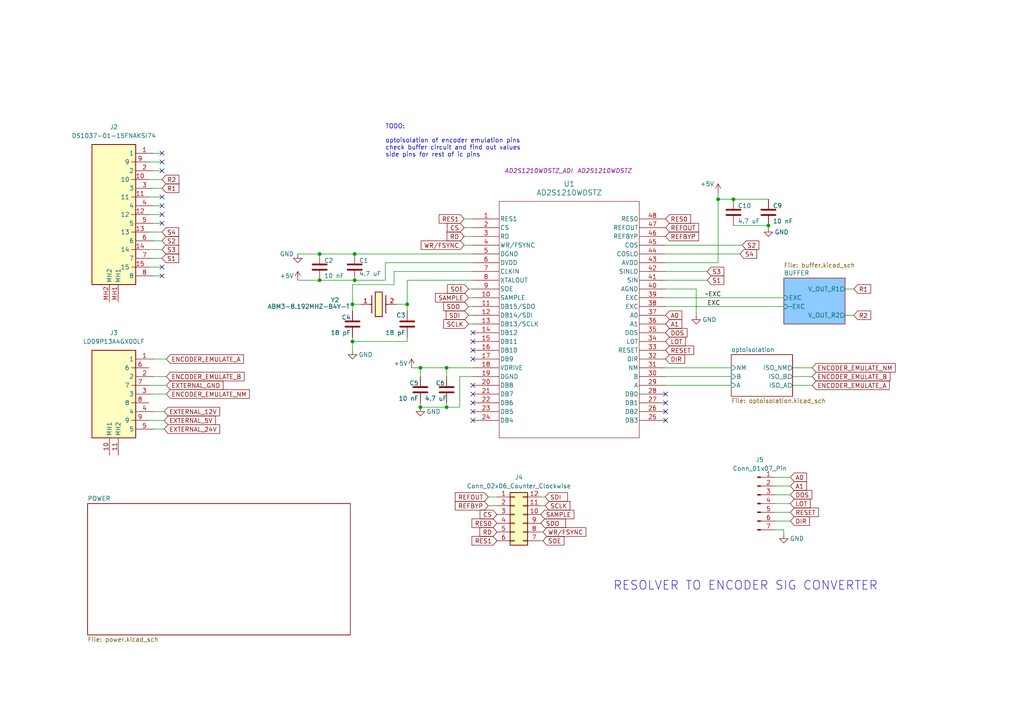
<source format=kicad_sch>
(kicad_sch (version 20230121) (generator eeschema)
  (paper "A4")
  (lib_symbols
    (symbol "2024-08-10_20-07-14:AD2S1210WDSTZ" (pin_names (offset 0.254))
      (property "Reference" "U" (at 27.94 10.16 0))
      (property "Value" "AD2S1210WDSTZ" (at 27.94 7.62 0))
      (symbol "AD2S1210WDSTZ_0_1"
        (polyline (pts (xy 7.62 -63.5) (xy 48.26 -63.5)) (stroke (width 0.127)))
        (polyline (pts (xy 7.62 5.08) (xy 7.62 -63.5)) (stroke (width 0.127)))
        (polyline (pts (xy 48.26 -63.5) (xy 48.26 5.08)) (stroke (width 0.127)))
        (polyline (pts (xy 48.26 5.08) (xy 7.62 5.08)) (stroke (width 0.127)))
        (pin unspecified line (at 0 0 0) (length 7.62) (name "RES1") (number "1"))
        (pin unspecified line (at 0 -22.86 0) (length 7.62) (name "SAMPLE") (number "10"))
        (pin unspecified line (at 0 -25.4 0) (length 7.62) (name "DB15/SDO") (number "11"))
        (pin unspecified line (at 0 -27.94 0) (length 7.62) (name "DB14/SDI") (number "12"))
        (pin unspecified line (at 0 -30.48 0) (length 7.62) (name "DB13/SCLK") (number "13"))
        (pin unspecified line (at 0 -33.02 0) (length 7.62) (name "DB12") (number "14"))
        (pin unspecified line (at 0 -35.56 0) (length 7.62) (name "DB11") (number "15"))
        (pin unspecified line (at 0 -38.1 0) (length 7.62) (name "DB10") (number "16"))
        (pin unspecified line (at 0 -40.64 0) (length 7.62) (name "DB9") (number "17"))
        (pin unspecified line (at 0 -43.18 0) (length 7.62) (name "VDRIVE") (number "18"))
        (pin unspecified line (at 0 -45.72 0) (length 7.62) (name "DGND") (number "19"))
        (pin unspecified line (at 0 -2.54 0) (length 7.62) (name "CS") (number "2"))
        (pin unspecified line (at 0 -48.26 0) (length 7.62) (name "DB8") (number "20"))
        (pin unspecified line (at 0 -50.8 0) (length 7.62) (name "DB7") (number "21"))
        (pin unspecified line (at 0 -53.34 0) (length 7.62) (name "DB6") (number "22"))
        (pin unspecified line (at 0 -55.88 0) (length 7.62) (name "DB5") (number "23"))
        (pin unspecified line (at 0 -58.42 0) (length 7.62) (name "DB4") (number "24"))
        (pin unspecified line (at 55.88 -58.42 180) (length 7.62) (name "DB3") (number "25"))
        (pin unspecified line (at 55.88 -55.88 180) (length 7.62) (name "DB2") (number "26"))
        (pin unspecified line (at 55.88 -53.34 180) (length 7.62) (name "DB1") (number "27"))
        (pin unspecified line (at 55.88 -50.8 180) (length 7.62) (name "DB0") (number "28"))
        (pin unspecified line (at 55.88 -48.26 180) (length 7.62) (name "A") (number "29"))
        (pin unspecified line (at 0 -5.08 0) (length 7.62) (name "RD") (number "3"))
        (pin unspecified line (at 55.88 -45.72 180) (length 7.62) (name "B") (number "30"))
        (pin unspecified line (at 55.88 -43.18 180) (length 7.62) (name "NM") (number "31"))
        (pin unspecified line (at 55.88 -40.64 180) (length 7.62) (name "DIR") (number "32"))
        (pin unspecified line (at 55.88 -38.1 180) (length 7.62) (name "RESET") (number "33"))
        (pin unspecified line (at 55.88 -35.56 180) (length 7.62) (name "LOT") (number "34"))
        (pin unspecified line (at 55.88 -33.02 180) (length 7.62) (name "DOS") (number "35"))
        (pin unspecified line (at 55.88 -30.48 180) (length 7.62) (name "A1") (number "36"))
        (pin unspecified line (at 55.88 -27.94 180) (length 7.62) (name "A0") (number "37"))
        (pin unspecified line (at 55.88 -25.4 180) (length 7.62) (name "EXC") (number "38"))
        (pin unspecified line (at 55.88 -22.86 180) (length 7.62) (name "EXC") (number "39"))
        (pin unspecified line (at 0 -7.62 0) (length 7.62) (name "WR/FSYNC") (number "4"))
        (pin unspecified line (at 55.88 -20.32 180) (length 7.62) (name "AGND") (number "40"))
        (pin unspecified line (at 55.88 -17.78 180) (length 7.62) (name "SIN") (number "41"))
        (pin unspecified line (at 55.88 -15.24 180) (length 7.62) (name "SINLO") (number "42"))
        (pin unspecified line (at 55.88 -12.7 180) (length 7.62) (name "AVDD") (number "43"))
        (pin unspecified line (at 55.88 -10.16 180) (length 7.62) (name "COSLO") (number "44"))
        (pin unspecified line (at 55.88 -7.62 180) (length 7.62) (name "COS") (number "45"))
        (pin unspecified line (at 55.88 -5.08 180) (length 7.62) (name "REFBYP") (number "46"))
        (pin unspecified line (at 55.88 -2.54 180) (length 7.62) (name "REFOUT") (number "47"))
        (pin unspecified line (at 55.88 0 180) (length 7.62) (name "RES0") (number "48"))
        (pin unspecified line (at 0 -10.16 0) (length 7.62) (name "DGND") (number "5"))
        (pin unspecified line (at 0 -12.7 0) (length 7.62) (name "DVDD") (number "6"))
        (pin unspecified line (at 0 -15.24 0) (length 7.62) (name "CLKIN") (number "7"))
        (pin unspecified line (at 0 -17.78 0) (length 7.62) (name "XTALOUT") (number "8"))
        (pin unspecified line (at 0 -20.32 0) (length 7.62) (name "SOE") (number "9"))
      )
    )
    (symbol "ABM3-8_192MHZ-B4Y-T:ABM3-8.192MHZ-B4Y-T" (pin_names hide)
      (property "Reference" "Y" (at 8.89 6.35 0))
      (property "Value" "ABM3-8.192MHZ-B4Y-T" (at 8.89 3.81 0))
      (symbol "ABM3-8.192MHZ-B4Y-T_1_1"
        (polyline (pts (xy 3.048 0) (xy 2.54 0)) (stroke (width 0.254)))
        (polyline (pts (xy 3.048 2.54) (xy 3.048 -2.54)) (stroke (width 0.254)))
        (polyline (pts (xy 7.112 0) (xy 7.62 0)) (stroke (width 0.254)))
        (polyline (pts (xy 7.112 2.54) (xy 7.112 -2.54)) (stroke (width 0.254)))
        (rectangle (start 4.064 3.556) (end 6.096 -3.556) (stroke (width 0.254)) (fill (type background)))
        (pin passive line (at 0 0 0) (length 2.54) (name "1") (number "1"))
        (pin passive line (at 10.16 0 180) (length 2.54) (name "2") (number "2"))
      )
    )
    (symbol "Connector:Conn_01x07_Pin" (pin_names (offset 1.016) hide)
      (property "Reference" "J" (at 0 10.16 0))
      (property "Value" "Conn_01x07_Pin" (at 0 -10.16 0))
      (symbol "Conn_01x07_Pin_1_1"
        (polyline (pts (xy 1.27 -7.62) (xy 0.8636 -7.62)) (stroke (width 0.1524)))
        (polyline (pts (xy 1.27 -5.08) (xy 0.8636 -5.08)) (stroke (width 0.1524)))
        (polyline (pts (xy 1.27 -2.54) (xy 0.8636 -2.54)) (stroke (width 0.1524)))
        (polyline (pts (xy 1.27 0) (xy 0.8636 0)) (stroke (width 0.1524)))
        (polyline (pts (xy 1.27 2.54) (xy 0.8636 2.54)) (stroke (width 0.1524)))
        (polyline (pts (xy 1.27 5.08) (xy 0.8636 5.08)) (stroke (width 0.1524)))
        (polyline (pts (xy 1.27 7.62) (xy 0.8636 7.62)) (stroke (width 0.1524)))
        (rectangle (start 0.8636 -7.493) (end 0 -7.747) (stroke (width 0.1524)) (fill (type outline)))
        (rectangle (start 0.8636 -4.953) (end 0 -5.207) (stroke (width 0.1524)) (fill (type outline)))
        (rectangle (start 0.8636 -2.413) (end 0 -2.667) (stroke (width 0.1524)) (fill (type outline)))
        (rectangle (start 0.8636 0.127) (end 0 -0.127) (stroke (width 0.1524)) (fill (type outline)))
        (rectangle (start 0.8636 2.667) (end 0 2.413) (stroke (width 0.1524)) (fill (type outline)))
        (rectangle (start 0.8636 5.207) (end 0 4.953) (stroke (width 0.1524)) (fill (type outline)))
        (rectangle (start 0.8636 7.747) (end 0 7.493) (stroke (width 0.1524)) (fill (type outline)))
        (pin passive line (at 5.08 7.62 180) (length 3.81) (name "Pin_1") (number "1"))
        (pin passive line (at 5.08 5.08 180) (length 3.81) (name "Pin_2") (number "2"))
        (pin passive line (at 5.08 2.54 180) (length 3.81) (name "Pin_3") (number "3"))
        (pin passive line (at 5.08 0 180) (length 3.81) (name "Pin_4") (number "4"))
        (pin passive line (at 5.08 -2.54 180) (length 3.81) (name "Pin_5") (number "5"))
        (pin passive line (at 5.08 -5.08 180) (length 3.81) (name "Pin_6") (number "6"))
        (pin passive line (at 5.08 -7.62 180) (length 3.81) (name "Pin_7") (number "7"))
      )
    )
    (symbol "Connector_Generic:Conn_02x06_Counter_Clockwise" (pin_names (offset 1.016) hide)
      (property "Reference" "J" (at 1.27 7.62 0))
      (property "Value" "Conn_02x06_Counter_Clockwise" (at 1.27 -10.16 0))
      (symbol "Conn_02x06_Counter_Clockwise_1_1"
        (rectangle (start -1.27 -7.493) (end 0 -7.747) (stroke (width 0.1524)))
        (rectangle (start -1.27 -4.953) (end 0 -5.207) (stroke (width 0.1524)))
        (rectangle (start -1.27 -2.413) (end 0 -2.667) (stroke (width 0.1524)))
        (rectangle (start -1.27 0.127) (end 0 -0.127) (stroke (width 0.1524)))
        (rectangle (start -1.27 2.667) (end 0 2.413) (stroke (width 0.1524)))
        (rectangle (start -1.27 5.207) (end 0 4.953) (stroke (width 0.1524)))
        (rectangle (start -1.27 6.35) (end 3.81 -8.89) (stroke (width 0.254)) (fill (type background)))
        (rectangle (start 3.81 -7.493) (end 2.54 -7.747) (stroke (width 0.1524)))
        (rectangle (start 3.81 -4.953) (end 2.54 -5.207) (stroke (width 0.1524)))
        (rectangle (start 3.81 -2.413) (end 2.54 -2.667) (stroke (width 0.1524)))
        (rectangle (start 3.81 0.127) (end 2.54 -0.127) (stroke (width 0.1524)))
        (rectangle (start 3.81 2.667) (end 2.54 2.413) (stroke (width 0.1524)))
        (rectangle (start 3.81 5.207) (end 2.54 4.953) (stroke (width 0.1524)))
        (pin passive line (at -5.08 5.08 0) (length 3.81) (name "Pin_1") (number "1"))
        (pin passive line (at 7.62 0 180) (length 3.81) (name "Pin_10") (number "10"))
        (pin passive line (at 7.62 2.54 180) (length 3.81) (name "Pin_11") (number "11"))
        (pin passive line (at 7.62 5.08 180) (length 3.81) (name "Pin_12") (number "12"))
        (pin passive line (at -5.08 2.54 0) (length 3.81) (name "Pin_2") (number "2"))
        (pin passive line (at -5.08 0 0) (length 3.81) (name "Pin_3") (number "3"))
        (pin passive line (at -5.08 -2.54 0) (length 3.81) (name "Pin_4") (number "4"))
        (pin passive line (at -5.08 -5.08 0) (length 3.81) (name "Pin_5") (number "5"))
        (pin passive line (at -5.08 -7.62 0) (length 3.81) (name "Pin_6") (number "6"))
        (pin passive line (at 7.62 -7.62 180) (length 3.81) (name "Pin_7") (number "7"))
        (pin passive line (at 7.62 -5.08 180) (length 3.81) (name "Pin_8") (number "8"))
        (pin passive line (at 7.62 -2.54 180) (length 3.81) (name "Pin_9") (number "9"))
      )
    )
    (symbol "DS1037-01-V2:DS1037-01-15FNAKSI74"
      (property "Reference" "J2" (at 27.94 10.16 0))
      (property "Value" "DS1037-01-15FNAKSI74" (at 27.94 7.62 0))
      (symbol "DS1037-01-15FNAKSI74_1_1"
        (rectangle (start 6.35 5.08) (end 46.99 -7.62) (stroke (width 0.254)) (fill (type background)))
        (pin passive line (at 44.45 -12.7 90) (length 5.08) (name "1") (number "1"))
        (pin passive line (at 36.83 -11.43 90) (length 5.08) (name "10") (number "10"))
        (pin passive line (at 31.75 -11.43 90) (length 5.08) (name "11") (number "11"))
        (pin passive line (at 26.67 -11.43 90) (length 5.08) (name "12") (number "12"))
        (pin passive line (at 21.59 -11.43 90) (length 5.08) (name "13") (number "13"))
        (pin passive line (at 16.51 -11.43 90) (length 5.08) (name "14") (number "14"))
        (pin passive line (at 11.43 -11.43 90) (length 5.08) (name "15") (number "15"))
        (pin passive line (at 39.37 -12.7 90) (length 5.08) (name "2") (number "2"))
        (pin passive line (at 34.29 -12.7 90) (length 5.08) (name "3") (number "3"))
        (pin passive line (at 29.21 -12.7 90) (length 5.08) (name "4") (number "4"))
        (pin passive line (at 24.13 -12.7 90) (length 5.08) (name "5") (number "5"))
        (pin passive line (at 19.05 -12.7 90) (length 5.08) (name "6") (number "6"))
        (pin passive line (at 13.97 -12.7 90) (length 5.08) (name "7") (number "7"))
        (pin passive line (at 8.89 -12.7 90) (length 5.08) (name "8") (number "8"))
        (pin passive line (at 41.91 -11.43 90) (length 5.08) (name "9") (number "9"))
        (pin passive line (at 1.27 -2.54 0) (length 5.08) (name "MH1") (number "MH1"))
        (pin passive line (at 1.27 0 0) (length 5.08) (name "MH2") (number "MH2"))
      )
    )
    (symbol "Device:C" (pin_numbers hide) (pin_names (offset 0.254))
      (property "Reference" "C" (at 0.635 2.54 0))
      (property "Value" "C" (at 0.635 -2.54 0))
      (symbol "C_0_1"
        (polyline (pts (xy -2.032 -0.762) (xy 2.032 -0.762)) (stroke (width 0.508)))
        (polyline (pts (xy -2.032 0.762) (xy 2.032 0.762)) (stroke (width 0.508)))
      )
      (symbol "C_1_1"
        (pin passive line (at 0 3.81 270) (length 2.794) (name "~") (number "1"))
        (pin passive line (at 0 -3.81 90) (length 2.794) (name "~") (number "2"))
      )
    )
    (symbol "LD09P13A4GX00LF:LD09P13A4GX00LF"
      (property "Reference" "J3" (at 34.29 -1.27 90))
      (property "Value" "LD09P13A4GX00LF" (at 31.75 -1.27 90))
      (symbol "LD09P13A4GX00LF_1_1"
        (rectangle (start 3.81 5.08) (end 29.21 -7.62) (stroke (width 0.254)) (fill (type background)))
        (pin passive line (at 26.67 -12.7 90) (length 5.08) (name "1") (number "1"))
        (pin passive line (at -1.27 0 0) (length 5.08) (name "MH1") (number "10"))
        (pin passive line (at -1.27 -2.54 0) (length 5.08) (name "MH2") (number "11"))
        (pin passive line (at 21.59 -12.7 90) (length 5.08) (name "2") (number "2"))
        (pin passive line (at 16.51 -12.7 90) (length 5.08) (name "3") (number "3"))
        (pin passive line (at 11.43 -12.7 90) (length 5.08) (name "4") (number "4"))
        (pin passive line (at 6.35 -12.7 90) (length 5.08) (name "5") (number "5"))
        (pin passive line (at 24.13 -11.43 90) (length 5.08) (name "6") (number "6"))
        (pin passive line (at 19.05 -11.43 90) (length 5.08) (name "7") (number "7"))
        (pin passive line (at 13.97 -11.43 90) (length 5.08) (name "8") (number "8"))
        (pin passive line (at 8.89 -11.43 90) (length 5.08) (name "9") (number "9"))
      )
    )
    (symbol "power:+5V" (power) (pin_names (offset 0))
      (property "Value" "+5V" (at 0 3.556 0))
      (symbol "+5V_0_1"
        (polyline (pts (xy -0.762 1.27) (xy 0 2.54)))
        (polyline (pts (xy 0 0) (xy 0 2.54)))
        (polyline (pts (xy 0 2.54) (xy 0.762 1.27)))
      )
      (symbol "+5V_1_1"
        (pin power_in line (at 0 0 90) (length 0) hide (name "+5V") (number "1"))
      )
    )
    (symbol "power:GND" (power) (pin_names (offset 0))
      (property "Value" "GND" (at 0 -3.81 0))
      (symbol "GND_0_1"
        (polyline (pts (xy 0 0) (xy 0 -1.27) (xy 1.27 -1.27) (xy 0 -2.54) (xy -1.27 -1.27) (xy 0 -1.27)))
      )
      (symbol "GND_1_1"
        (pin power_in line (at 0 0 270) (length 0) hide (name "GND") (number "1"))
      )
    )
  )
  (junction (at 129.54 106.68))
  (junction (at 102.87 73.66))
  (junction (at 102.235 99.06))
  (junction (at 222.885 65.405))
  (junction (at 121.92 106.68))
  (junction (at 92.71 81.28))
  (junction (at 129.54 118.11))
  (junction (at 212.725 57.785))
  (junction (at 102.87 81.28))
  (junction (at 102.235 88.265))
  (junction (at 118.11 88.265))
  (junction (at 208.28 57.785))
  (junction (at 121.92 118.11))
  (junction (at 92.71 73.66))
  (no_connect (at 46.99 57.15))
  (no_connect (at 193.04 116.84))
  (no_connect (at 46.99 62.23))
  (no_connect (at 46.99 46.99))
  (no_connect (at 193.04 114.3))
  (no_connect (at 137.16 119.38))
  (no_connect (at 137.16 104.14))
  (no_connect (at 46.99 49.53))
  (no_connect (at 137.16 116.84))
  (no_connect (at 137.16 96.52))
  (no_connect (at 46.99 59.69))
  (no_connect (at 137.16 114.3))
  (no_connect (at 193.04 119.38))
  (no_connect (at 137.16 99.06))
  (no_connect (at 46.99 77.47))
  (no_connect (at 46.99 64.77))
  (no_connect (at 193.04 121.92))
  (no_connect (at 46.99 80.01))
  (no_connect (at 137.16 121.92))
  (no_connect (at 137.16 101.6))
  (no_connect (at 137.16 111.76))
  (no_connect (at 46.99 44.45))
  (wire (pts (xy 114.3 78.74) (xy 114.3 82.55)))
  (wire (pts (xy 137.16 109.22) (xy 133.35 109.22)))
  (wire (pts (xy 121.92 106.68) (xy 121.92 109.22)))
  (wire (pts (xy 224.79 140.97) (xy 229.235 140.97)))
  (wire (pts (xy 135.89 93.98) (xy 137.16 93.98)))
  (wire (pts (xy 135.89 91.44) (xy 137.16 91.44)))
  (wire (pts (xy 193.04 71.12) (xy 215.265 71.12)))
  (wire (pts (xy 86.36 81.28) (xy 92.71 81.28)))
  (wire (pts (xy 47.625 121.92) (xy 43.18 121.92)))
  (wire (pts (xy 141.605 146.685) (xy 144.145 146.685)))
  (wire (pts (xy 48.26 109.22) (xy 44.45 109.22)))
  (wire (pts (xy 208.28 57.785) (xy 212.725 57.785)))
  (wire (pts (xy 114.3 82.55) (xy 102.235 82.55)))
  (wire (pts (xy 224.79 153.67) (xy 227.33 153.67)))
  (wire (pts (xy 44.45 54.61) (xy 46.99 54.61)))
  (wire (pts (xy 141.605 144.145) (xy 144.145 144.145)))
  (wire (pts (xy 201.93 83.82) (xy 201.93 91.44)))
  (wire (pts (xy 193.04 83.82) (xy 201.93 83.82)))
  (wire (pts (xy 193.04 78.74) (xy 205.105 78.74)))
  (wire (pts (xy 222.885 66.04) (xy 222.885 65.405)))
  (wire (pts (xy 129.54 118.11) (xy 133.35 118.11)))
  (wire (pts (xy 43.18 46.99) (xy 46.99 46.99)))
  (wire (pts (xy 92.71 81.28) (xy 102.87 81.28)))
  (wire (pts (xy 86.36 73.66) (xy 92.71 73.66)))
  (wire (pts (xy 43.18 57.15) (xy 46.99 57.15)))
  (wire (pts (xy 102.235 99.06) (xy 102.235 97.79)))
  (wire (pts (xy 224.79 146.05) (xy 229.235 146.05)))
  (wire (pts (xy 129.54 116.84) (xy 129.54 118.11)))
  (wire (pts (xy 44.45 59.69) (xy 46.99 59.69)))
  (wire (pts (xy 135.89 86.36) (xy 137.16 86.36)))
  (wire (pts (xy 43.18 62.23) (xy 46.99 62.23)))
  (wire (pts (xy 43.18 52.07) (xy 46.99 52.07)))
  (wire (pts (xy 193.04 76.2) (xy 208.28 76.2)))
  (wire (pts (xy 134.62 63.5) (xy 137.16 63.5)))
  (wire (pts (xy 212.725 65.405) (xy 222.885 65.405)))
  (wire (pts (xy 212.725 57.785) (xy 222.885 57.785)))
  (wire (pts (xy 193.04 88.9) (xy 227.33 88.9)))
  (wire (pts (xy 47.625 124.46) (xy 44.45 124.46)))
  (wire (pts (xy 229.87 106.68) (xy 235.585 106.68)))
  (wire (pts (xy 158.115 146.685) (xy 156.845 146.685)))
  (wire (pts (xy 118.11 81.28) (xy 118.11 88.265)))
  (wire (pts (xy 111.76 76.2) (xy 137.16 76.2)))
  (wire (pts (xy 48.26 111.76) (xy 43.18 111.76)))
  (wire (pts (xy 245.11 83.82) (xy 247.65 83.82)))
  (wire (pts (xy 44.45 80.01) (xy 46.99 80.01)))
  (wire (pts (xy 44.45 49.53) (xy 46.99 49.53)))
  (wire (pts (xy 245.11 91.44) (xy 247.65 91.44)))
  (wire (pts (xy 193.04 109.22) (xy 212.09 109.22)))
  (wire (pts (xy 224.79 148.59) (xy 229.235 148.59)))
  (wire (pts (xy 48.26 114.3) (xy 44.45 114.3)))
  (wire (pts (xy 193.04 111.76) (xy 212.09 111.76)))
  (wire (pts (xy 134.62 71.12) (xy 137.16 71.12)))
  (wire (pts (xy 133.35 109.22) (xy 133.35 118.11)))
  (wire (pts (xy 129.54 106.68) (xy 129.54 109.22)))
  (wire (pts (xy 135.89 88.9) (xy 137.16 88.9)))
  (wire (pts (xy 224.79 143.51) (xy 229.235 143.51)))
  (wire (pts (xy 193.04 106.68) (xy 212.09 106.68)))
  (wire (pts (xy 157.48 154.305) (xy 156.845 154.305)))
  (wire (pts (xy 102.235 99.06) (xy 118.11 99.06)))
  (wire (pts (xy 224.79 138.43) (xy 229.235 138.43)))
  (wire (pts (xy 114.935 88.265) (xy 118.11 88.265)))
  (wire (pts (xy 102.235 99.06) (xy 102.235 101.6)))
  (wire (pts (xy 193.04 81.28) (xy 205.105 81.28)))
  (wire (pts (xy 43.18 77.47) (xy 46.99 77.47)))
  (wire (pts (xy 121.92 116.84) (xy 121.92 118.11)))
  (wire (pts (xy 119.38 106.68) (xy 121.92 106.68)))
  (wire (pts (xy 102.87 73.66) (xy 137.16 73.66)))
  (wire (pts (xy 134.62 68.58) (xy 137.16 68.58)))
  (wire (pts (xy 102.235 82.55) (xy 102.235 88.265)))
  (wire (pts (xy 44.45 64.77) (xy 46.99 64.77)))
  (wire (pts (xy 121.92 106.68) (xy 129.54 106.68)))
  (wire (pts (xy 157.48 156.845) (xy 156.845 156.845)))
  (wire (pts (xy 48.26 104.14) (xy 44.45 104.14)))
  (wire (pts (xy 229.87 111.76) (xy 235.585 111.76)))
  (wire (pts (xy 118.11 81.28) (xy 137.16 81.28)))
  (wire (pts (xy 46.99 69.85) (xy 44.45 69.85)))
  (wire (pts (xy 134.62 66.04) (xy 137.16 66.04)))
  (wire (pts (xy 44.45 44.45) (xy 46.99 44.45)))
  (wire (pts (xy 208.28 55.88) (xy 208.28 57.785)))
  (wire (pts (xy 43.18 72.39) (xy 46.99 72.39)))
  (wire (pts (xy 102.235 88.265) (xy 102.235 90.17)))
  (wire (pts (xy 114.3 78.74) (xy 137.16 78.74)))
  (wire (pts (xy 104.775 88.265) (xy 102.235 88.265)))
  (wire (pts (xy 44.45 74.93) (xy 46.99 74.93)))
  (wire (pts (xy 227.33 153.67) (xy 227.33 154.94)))
  (wire (pts (xy 158.115 144.145) (xy 156.845 144.145)))
  (wire (pts (xy 208.28 57.785) (xy 208.28 76.2)))
  (wire (pts (xy 92.71 73.66) (xy 102.87 73.66)))
  (wire (pts (xy 224.79 151.13) (xy 229.235 151.13)))
  (wire (pts (xy 43.18 67.31) (xy 46.99 67.31)))
  (wire (pts (xy 111.76 81.28) (xy 102.87 81.28)))
  (wire (pts (xy 193.04 73.66) (xy 214.63 73.66)))
  (wire (pts (xy 118.11 88.265) (xy 118.11 90.17)))
  (wire (pts (xy 193.04 86.36) (xy 227.33 86.36)))
  (wire (pts (xy 118.11 97.79) (xy 118.11 99.06)))
  (wire (pts (xy 121.92 118.11) (xy 129.54 118.11)))
  (wire (pts (xy 229.87 109.22) (xy 235.585 109.22)))
  (wire (pts (xy 111.76 76.2) (xy 111.76 81.28)))
  (wire (pts (xy 129.54 106.68) (xy 137.16 106.68)))
  (wire (pts (xy 47.625 119.38) (xy 44.45 119.38)))
  (wire (pts (xy 135.89 83.82) (xy 137.16 83.82)))
  (text "RESOLVER TO ENCODER SIG CONVERTER" (at 177.8 171.45 0) (effects (font (size 2.54 2.54)) (justify left bottom)))
  (text "TODO:\n\noptoisolation of encoder emulation pins \ncheck buffer circuit and find out values\nside pins for rest of ic pins\n" (at 111.76 45.72 0) (effects (font (size 1.27 1.27)) (justify left bottom)))
  (label "~EXC" (at 204.47 86.36 0))
  (label "EXC" (at 205.105 88.9 0))
  (global_label "R2" (shape input) (at 46.99 52.07 0) (property "Intersheetrefs" "${INTERSHEET_REFS}" (effects hide)))
  (global_label "S4" (shape input) (at 46.99 67.31 0) (property "Intersheetrefs" "${INTERSHEET_REFS}" (effects hide)))
  (global_label "SDI " (shape input) (at 158.115 144.145 0) (property "Intersheetrefs" "${INTERSHEET_REFS}" (effects hide)))
  (global_label "S4" (shape input) (at 214.63 73.66 0) (property "Intersheetrefs" "${INTERSHEET_REFS}" (effects hide)))
  (global_label "EXTERNAL_GND" (shape input) (at 48.26 111.76 0) (property "Intersheetrefs" "${INTERSHEET_REFS}" (effects hide)))
  (global_label "R2" (shape input) (at 247.65 91.44 0) (property "Intersheetrefs" "${INTERSHEET_REFS}" (effects hide)))
  (global_label "ENCODER_EMULATE_NM" (shape input) (at 235.585 106.68 0) (property "Intersheetrefs" "${INTERSHEET_REFS}" (effects hide)))
  (global_label "RES0" (shape input) (at 193.04 63.5 0) (property "Intersheetrefs" "${INTERSHEET_REFS}" (effects hide)))
  (global_label "S2" (shape input) (at 46.99 69.85 0) (property "Intersheetrefs" "${INTERSHEET_REFS}" (effects hide)))
  (global_label "ENCODER_EMULATE_B" (shape input) (at 235.585 109.22 0) (property "Intersheetrefs" "${INTERSHEET_REFS}" (effects hide)))
  (global_label "ENCODER_EMULATE_B" (shape input) (at 48.26 109.22 0) (property "Intersheetrefs" "${INTERSHEET_REFS}" (effects hide)))
  (global_label "SDO " (shape input) (at 135.89 88.9 180) (property "Intersheetrefs" "${INTERSHEET_REFS}" (effects hide)))
  (global_label "RES0" (shape input) (at 144.145 151.765 180) (property "Intersheetrefs" "${INTERSHEET_REFS}" (effects hide)))
  (global_label "CS" (shape input) (at 144.145 149.225 180) (property "Intersheetrefs" "${INTERSHEET_REFS}" (effects hide)))
  (global_label "R1" (shape input) (at 46.99 54.61 0) (property "Intersheetrefs" "${INTERSHEET_REFS}" (effects hide)))
  (global_label "DIR" (shape input) (at 229.235 151.13 0) (property "Intersheetrefs" "${INTERSHEET_REFS}" (effects hide)))
  (global_label "RESET" (shape input) (at 229.235 148.59 0) (property "Intersheetrefs" "${INTERSHEET_REFS}" (effects hide)))
  (global_label "RD" (shape input) (at 134.62 68.58 180) (property "Intersheetrefs" "${INTERSHEET_REFS}" (effects hide)))
  (global_label "SAMPLE" (shape input) (at 156.845 149.225 0) (property "Intersheetrefs" "${INTERSHEET_REFS}" (effects hide)))
  (global_label "SCLK" (shape input) (at 158.115 146.685 0) (property "Intersheetrefs" "${INTERSHEET_REFS}" (effects hide)))
  (global_label "REFBYP" (shape input) (at 193.04 68.58 0) (property "Intersheetrefs" "${INTERSHEET_REFS}" (effects hide)))
  (global_label "SDO " (shape input) (at 156.845 151.765 0) (property "Intersheetrefs" "${INTERSHEET_REFS}" (effects hide)))
  (global_label "ENCODER_EMULATE_A" (shape input) (at 48.26 104.14 0) (property "Intersheetrefs" "${INTERSHEET_REFS}" (effects hide)))
  (global_label "SAMPLE" (shape input) (at 135.89 86.36 180) (property "Intersheetrefs" "${INTERSHEET_REFS}" (effects hide)))
  (global_label "SCLK" (shape input) (at 135.89 93.98 180) (property "Intersheetrefs" "${INTERSHEET_REFS}" (effects hide)))
  (global_label "RD" (shape input) (at 144.145 154.305 180) (property "Intersheetrefs" "${INTERSHEET_REFS}" (effects hide)))
  (global_label "RES1" (shape input) (at 144.145 156.845 180) (property "Intersheetrefs" "${INTERSHEET_REFS}" (effects hide)))
  (global_label "LOT" (shape input) (at 193.04 99.06 0) (property "Intersheetrefs" "${INTERSHEET_REFS}" (effects hide)))
  (global_label "EXTERNAL_5V" (shape input) (at 47.625 121.92 0) (property "Intersheetrefs" "${INTERSHEET_REFS}" (effects hide)))
  (global_label "S2" (shape input) (at 215.265 71.12 0) (property "Intersheetrefs" "${INTERSHEET_REFS}" (effects hide)))
  (global_label "SOE" (shape input) (at 157.48 156.845 0) (property "Intersheetrefs" "${INTERSHEET_REFS}" (effects hide)))
  (global_label "A0" (shape input) (at 193.04 91.44 0) (property "Intersheetrefs" "${INTERSHEET_REFS}" (effects hide)))
  (global_label "A1" (shape input) (at 193.04 93.98 0) (property "Intersheetrefs" "${INTERSHEET_REFS}" (effects hide)))
  (global_label "ENCODER_EMULATE_A" (shape input) (at 235.585 111.76 0) (property "Intersheetrefs" "${INTERSHEET_REFS}" (effects hide)))
  (global_label "SOE" (shape input) (at 135.89 83.82 180) (property "Intersheetrefs" "${INTERSHEET_REFS}" (effects hide)))
  (global_label "DOS" (shape input) (at 229.235 143.51 0) (property "Intersheetrefs" "${INTERSHEET_REFS}" (effects hide)))
  (global_label "RESET" (shape input) (at 193.04 101.6 0) (property "Intersheetrefs" "${INTERSHEET_REFS}" (effects hide)))
  (global_label "S3" (shape input) (at 205.105 78.74 0) (property "Intersheetrefs" "${INTERSHEET_REFS}" (effects hide)))
  (global_label "S3" (shape input) (at 46.99 72.39 0) (property "Intersheetrefs" "${INTERSHEET_REFS}" (effects hide)))
  (global_label "LOT" (shape input) (at 229.235 146.05 0) (property "Intersheetrefs" "${INTERSHEET_REFS}" (effects hide)))
  (global_label "S1" (shape input) (at 46.99 74.93 0) (property "Intersheetrefs" "${INTERSHEET_REFS}" (effects hide)))
  (global_label "A0" (shape input) (at 229.235 138.43 0) (property "Intersheetrefs" "${INTERSHEET_REFS}" (effects hide)))
  (global_label "S1" (shape input) (at 205.105 81.28 0) (property "Intersheetrefs" "${INTERSHEET_REFS}" (effects hide)))
  (global_label "A1" (shape input) (at 229.235 140.97 0) (property "Intersheetrefs" "${INTERSHEET_REFS}" (effects hide)))
  (global_label "DOS" (shape input) (at 193.04 96.52 0) (property "Intersheetrefs" "${INTERSHEET_REFS}" (effects hide)))
  (global_label "SDI " (shape input) (at 135.89 91.44 180) (property "Intersheetrefs" "${INTERSHEET_REFS}" (effects hide)))
  (global_label "WR{slash}FSYNC" (shape input) (at 134.62 71.12 180) (property "Intersheetrefs" "${INTERSHEET_REFS}" (effects hide)))
  (global_label "CS" (shape input) (at 134.62 66.04 180) (property "Intersheetrefs" "${INTERSHEET_REFS}" (effects hide)))
  (global_label "R1" (shape input) (at 247.65 83.82 0) (property "Intersheetrefs" "${INTERSHEET_REFS}" (effects hide)))
  (global_label "EXTERNAL_24V" (shape input) (at 47.625 124.46 0) (property "Intersheetrefs" "${INTERSHEET_REFS}" (effects hide)))
  (global_label "ENCODER_EMULATE_NM" (shape input) (at 48.26 114.3 0) (property "Intersheetrefs" "${INTERSHEET_REFS}" (effects hide)))
  (global_label "WR{slash}FSYNC" (shape input) (at 157.48 154.305 0) (property "Intersheetrefs" "${INTERSHEET_REFS}" (effects hide)))
  (global_label "REFBYP" (shape input) (at 141.605 146.685 180) (property "Intersheetrefs" "${INTERSHEET_REFS}" (effects hide)))
  (global_label "REFOUT" (shape input) (at 193.04 66.04 0) (property "Intersheetrefs" "${INTERSHEET_REFS}" (effects hide)))
  (global_label "EXTERNAL_12V" (shape input) (at 47.625 119.38 0) (property "Intersheetrefs" "${INTERSHEET_REFS}" (effects hide)))
  (global_label "DIR" (shape input) (at 193.04 104.14 0) (property "Intersheetrefs" "${INTERSHEET_REFS}" (effects hide)))
  (global_label "REFOUT" (shape input) (at 141.605 144.145 180) (property "Intersheetrefs" "${INTERSHEET_REFS}" (effects hide)))
  (global_label "RES1" (shape input) (at 134.62 63.5 180) (property "Intersheetrefs" "${INTERSHEET_REFS}" (effects hide)))
  (symbol (lib_id "power:GND") (at 102.235 101.6 0) (unit 1)
    (property "Reference" "#PWR03" (effects hide))
    (property "Value" "GND" (at 106.045 102.87 0))
  )
  (symbol (lib_id "Device:C") (at 222.885 61.595 0) (unit 1)
    (property "Reference" "C9" (at 224.155 59.69 0) (effects (justify left)))
    (property "Value" "10 nF" (at 224.155 64.135 0) (effects (justify left)))
    (property "Footprint" "Resistor_SMD:R_0402_1005Metric" (effects hide))
  )
  (symbol (lib_id "Connector:Conn_01x07_Pin") (at 219.71 146.05 0) (unit 1)
    (property "Reference" "J5" (at 220.345 133.35 0))
    (property "Value" "Conn_01x07_Pin" (at 220.345 135.89 0))
    (property "Footprint" "Connector_PinHeader_2.54mm:PinHeader_1x07_P2.54mm_Vertical" (effects hide))
  )
  (symbol (lib_id "Device:C") (at 129.54 113.03 0) (unit 1)
    (property "Reference" "C6" (at 126.365 111.125 0) (effects (justify left)))
    (property "Value" "4.7 uF" (at 123.19 115.57 0) (effects (justify left)))
    (property "Footprint" "Resistor_SMD:R_0402_1005Metric" (effects hide))
  )
  (symbol (lib_id "power:GND") (at 201.93 91.44 0) (unit 1)
    (property "Reference" "#PWR017" (effects hide))
    (property "Value" "GND" (at 205.74 92.71 0))
  )
  (symbol (lib_id "power:GND") (at 121.92 118.11 0) (unit 1)
    (property "Reference" "#PWR04" (effects hide))
    (property "Value" "GND" (at 125.73 119.38 0))
  )
  (symbol (lib_id "Device:C") (at 102.235 93.98 0) (unit 1)
    (property "Reference" "C4" (at 99.06 92.075 0) (effects (justify left)))
    (property "Value" "18 pF" (at 95.885 96.52 0) (effects (justify left)))
    (property "Footprint" "Resistor_SMD:R_0402_1005Metric" (effects hide))
  )
  (symbol (lib_id "Connector_Generic:Conn_02x06_Counter_Clockwise") (at 149.225 149.225 0) (unit 1)
    (property "Reference" "J4" (at 150.495 138.43 0))
    (property "Value" "Conn_02x06_Counter_Clockwise" (at 150.495 140.97 0))
    (property "Footprint" "Connector_PinHeader_2.54mm:PinHeader_2x06_P2.54mm_Vertical" (effects hide))
  )
  (symbol (lib_id "DS1037-01-V2:DS1037-01-15FNAKSI74") (at 31.75 88.9 90) (unit 1)
    (property "Reference" "J2" (at 33.02 36.83 90))
    (property "Value" "DS1037-01-15FNAKSI74" (at 33.02 39.37 90))
    (property "Footprint" "DS1037:DS10370115FNAKSI74" (effects hide))
    (property "Datasheet" "https://www.tme.eu/Document/1519f43464353067968686f1b6d8fcff/DS1037-01.pdf" (effects hide))
    (property "Height" "12.7" (effects hide))
    (property "Manufacturer_Name" "Connfly" (effects hide))
    (property "Manufacturer_Part_Number" "DS1037-01-15FNAKSI74" (effects hide))
  )
  (symbol (lib_id "power:+5V") (at 208.28 55.88 0) (unit 1)
    (property "Reference" "#PWR018" (effects hide))
    (property "Value" "+5V" (at 205.105 53.34 0))
  )
  (symbol (lib_id "2024-08-10_20-07-14:AD2S1210WDSTZ") (at 137.16 63.5 0) (unit 1)
    (property "Reference" "U1" (at 165.1 53.34 0) (effects (font (size 1.524 1.524))))
    (property "Value" "AD2S1210WDSTZ" (at 165.1 55.88 0) (effects (font (size 1.524 1.524))))
    (property "Footprint" "AD2S1210WDSTZ_ADI" (at 156.21 49.53 0) (effects (font italic)))
    (property "Datasheet" "AD2S1210WDSTZ" (at 175.26 49.53 0) (effects (font italic)))
  )
  (symbol (lib_id "Device:C") (at 118.11 93.98 0) (unit 1)
    (property "Reference" "C3" (at 114.935 91.44 0) (effects (justify left)))
    (property "Value" "18 pF" (at 111.76 96.52 0) (effects (justify left)))
    (property "Footprint" "Resistor_SMD:R_0402_1005Metric" (effects hide))
  )
  (symbol (lib_id "power:+5V") (at 86.36 81.28 0) (unit 1)
    (property "Reference" "#PWR02" (effects hide))
    (property "Value" "+5V" (at 83.185 80.01 0))
  )
  (symbol (lib_id "Device:C") (at 92.71 77.47 0) (unit 1)
    (property "Reference" "C2" (at 93.98 75.565 0) (effects (justify left)))
    (property "Value" "10 nF" (at 93.98 80.01 0) (effects (justify left)))
    (property "Footprint" "Resistor_SMD:R_0402_1005Metric" (effects hide))
  )
  (symbol (lib_id "power:GND") (at 222.885 66.04 0) (unit 1)
    (property "Reference" "#PWR019" (effects hide))
    (property "Value" "GND" (at 226.695 67.31 0))
  )
  (symbol (lib_id "Device:C") (at 212.725 61.595 0) (unit 1)
    (property "Reference" "C10" (at 213.995 59.69 0) (effects (justify left)))
    (property "Value" "4.7 uF" (at 213.995 64.135 0) (effects (justify left)))
    (property "Footprint" "Resistor_SMD:R_0402_1005Metric" (effects hide))
  )
  (symbol (lib_id "Device:C") (at 121.92 113.03 0) (unit 1)
    (property "Reference" "C5" (at 118.745 111.125 0) (effects (justify left)))
    (property "Value" "10 nF" (at 115.57 115.57 0) (effects (justify left)))
    (property "Footprint" "Resistor_SMD:R_0402_1005Metric" (effects hide))
  )
  (symbol (lib_id "Device:C") (at 102.87 77.47 0) (unit 1)
    (property "Reference" "C1" (at 104.14 75.565 0) (effects (justify left)))
    (property "Value" "4.7 uF" (at 104.14 79.375 0) (effects (justify left)))
    (property "Footprint" "Resistor_SMD:R_0402_1005Metric" (effects hide))
  )
  (symbol (lib_id "ABM3-8_192MHZ-B4Y-T:ABM3-8.192MHZ-B4Y-T") (at 104.775 88.265 0) (unit 1)
    (property "Reference" "Y2" (at 97.155 86.995 0))
    (property "Value" "ABM3-8.192MHZ-B4Y-T" (at 89.535 88.9 0))
    (property "Footprint" "ABM3" (effects hide))
    (property "Datasheet" "https://abracon.com/Resonators/abm3.pdf" (effects hide))
    (property "Height" "1.3" (effects hide))
    (property "Manufacturer_Name" "ABRACON" (effects hide))
    (property "Manufacturer_Part_Number" "ABM3-8.192MHZ-B4Y-T" (effects hide))
    (property "Mouser Part Number" "815-ABM38192B4YT" (effects hide))
    (property "Mouser Price/Stock" "https://www.mouser.co.uk/ProductDetail/ABRACON/ABM3-8.192MHZ-B4Y-T?qs=%252BlF%252B75lapNIF%2FQRxtCACMg%3D%3D" (effects hide))
    (property "Arrow Part Number" "ABM3-8.192MHZ-B4Y-T" (effects hide))
    (property "Arrow Price/Stock" "https://www.arrow.com/en/products/abm3-8.192mhz-b4y-t/abracon" (effects hide))
  )
  (symbol (lib_id "power:+5V") (at 119.38 106.68 0) (unit 1)
    (property "Reference" "#PWR022" (effects hide))
    (property "Value" "+5V" (at 116.205 105.41 0))
  )
  (symbol (lib_id "LD09P13A4GX00LF:LD09P13A4GX00LF") (at 31.75 130.81 90) (unit 1)
    (property "Reference" "J3" (at 33.02 96.52 90))
    (property "Value" "LD09P13A4GX00LF" (at 33.02 99.06 90))
    (property "Footprint" "LD09P13A4GX00LF:LD09P13A4GX00LF" (effects hide))
    (property "Datasheet" "https://cdn.amphenol-cs.com/media/wysiwyg/files/drawing/10130913.pdf" (effects hide))
    (property "Height" "13.86" (effects hide))
    (property "Manufacturer_Name" "Amphenol Communications Solutions" (effects hide))
    (property "Manufacturer_Part_Number" "LD09P13A4GX00LF" (effects hide))
  )
  (symbol (lib_id "power:GND") (at 86.36 73.66 0) (unit 1)
    (property "Reference" "#PWR01" (effects hide))
    (property "Value" "GND" (at 83.185 73.66 0))
  )
  (symbol (lib_id "power:GND") (at 227.33 154.94 0) (unit 1)
    (property "Reference" "#PWR042" (effects hide))
    (property "Value" "GND" (at 231.14 156.21 0))
  )
  (sheet (at 25.4 146.05) (size 76.2 38.1) (stroke (width 0.1524))
    (property "Sheetname" "POWER" (at 25.4 145.3384 0) (effects (justify left bottom)))
    (property "Sheetfile" "power.kicad_sch" (at 25.4 184.7346 0) (effects (justify left top)))
  )
  (sheet (at 227.33 80.645) (size 17.78 13.335) (stroke (width 0.1524)) (fill (color 75 172 255 0.6400))
    (property "Sheetname" "BUFFER" (at 227.33 79.9334 0) (effects (justify left bottom)))
    (property "Sheetfile" "buffer.kicad_sch" (at 227.33 76.2 0) (effects (justify left top)))
    (pin "V_OUT_R1" output (at 245.11 83.82 0))
    (pin "V_OUT_R2" output (at 245.11 91.44 0))
    (pin "EXC" input (at 227.33 86.36 180))
    (pin "~EXC" input (at 227.33 88.9 180))
  )
  (sheet (at 212.09 102.87) (size 17.78 12.065) (stroke (width 0.1524))
    (property "Sheetname" "optoisolation" (at 212.09 102.1584 0) (effects (justify left bottom)))
    (property "Sheetfile" "optoisolation.kicad_sch" (at 212.09 115.5196 0) (effects (justify left top)))
    (pin "ISO_B" output (at 229.87 109.22 0))
    (pin "B" input (at 212.09 109.22 180))
    (pin "A" input (at 212.09 111.76 180))
    (pin "ISO_NM" output (at 229.87 106.68 0))
    (pin "ISO_A" output (at 229.87 111.76 0))
    (pin "NM" input (at 212.09 106.68 180))
  )
)
</source>
